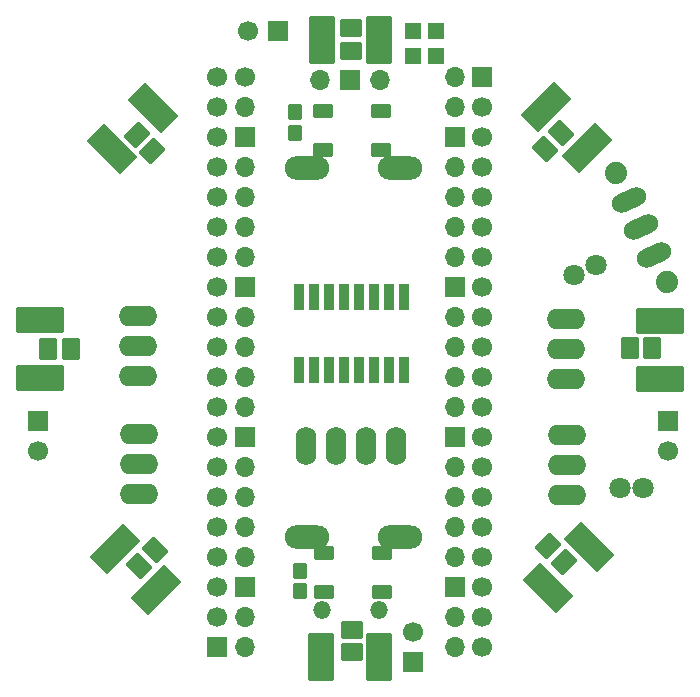
<source format=gbr>
%TF.GenerationSoftware,KiCad,Pcbnew,9.0.5*%
%TF.CreationDate,2025-11-19T12:34:51-06:00*%
%TF.ProjectId,board,626f6172-642e-46b6-9963-61645f706362,rev?*%
%TF.SameCoordinates,Original*%
%TF.FileFunction,Soldermask,Bot*%
%TF.FilePolarity,Negative*%
%FSLAX46Y46*%
G04 Gerber Fmt 4.6, Leading zero omitted, Abs format (unit mm)*
G04 Created by KiCad (PCBNEW 9.0.5) date 2025-11-19 12:34:51*
%MOMM*%
%LPD*%
G01*
G04 APERTURE LIST*
G04 Aperture macros list*
%AMRoundRect*
0 Rectangle with rounded corners*
0 $1 Rounding radius*
0 $2 $3 $4 $5 $6 $7 $8 $9 X,Y pos of 4 corners*
0 Add a 4 corners polygon primitive as box body*
4,1,4,$2,$3,$4,$5,$6,$7,$8,$9,$2,$3,0*
0 Add four circle primitives for the rounded corners*
1,1,$1+$1,$2,$3*
1,1,$1+$1,$4,$5*
1,1,$1+$1,$6,$7*
1,1,$1+$1,$8,$9*
0 Add four rect primitives between the rounded corners*
20,1,$1+$1,$2,$3,$4,$5,0*
20,1,$1+$1,$4,$5,$6,$7,0*
20,1,$1+$1,$6,$7,$8,$9,0*
20,1,$1+$1,$8,$9,$2,$3,0*%
%AMHorizOval*
0 Thick line with rounded ends*
0 $1 width*
0 $2 $3 position (X,Y) of the first rounded end (center of the circle)*
0 $4 $5 position (X,Y) of the second rounded end (center of the circle)*
0 Add line between two ends*
20,1,$1,$2,$3,$4,$5,0*
0 Add two circle primitives to create the rounded ends*
1,1,$1,$2,$3*
1,1,$1,$4,$5*%
G04 Aperture macros list end*
%ADD10O,1.727200X3.251200*%
%ADD11O,3.759200X1.981200*%
%ADD12O,3.251200X1.727200*%
%ADD13R,1.700000X1.700000*%
%ADD14C,1.700000*%
%ADD15HorizOval,1.625600X-0.644566X-0.300566X0.644566X0.300566X0*%
%ADD16C,1.879600*%
%ADD17C,1.803200*%
%ADD18O,1.800000X1.800000*%
%ADD19O,1.500000X1.500000*%
%ADD20O,1.700000X1.700000*%
%ADD21RoundRect,0.101600X0.500000X-0.550000X0.500000X0.550000X-0.500000X0.550000X-0.500000X-0.550000X0*%
%ADD22RoundRect,0.101600X-0.750000X-0.450000X0.750000X-0.450000X0.750000X0.450000X-0.750000X0.450000X0*%
%ADD23RoundRect,0.101600X2.029538X-0.664539X-0.664539X2.029538X-2.029538X0.664539X0.664539X-2.029538X0*%
%ADD24RoundRect,0.101600X0.106066X-1.025305X1.025305X-0.106066X-0.106066X1.025305X-1.025305X0.106066X0*%
%ADD25RoundRect,0.101600X-0.800000X0.650000X-0.800000X-0.650000X0.800000X-0.650000X0.800000X0.650000X0*%
%ADD26RoundRect,0.101600X-0.664539X-2.029538X2.029538X0.664539X0.664539X2.029538X-2.029538X-0.664539X0*%
%ADD27RoundRect,0.101600X0.650000X0.800000X-0.650000X0.800000X-0.650000X-0.800000X0.650000X-0.800000X0*%
%ADD28RoundRect,0.101600X-0.965200X1.905000X-0.965200X-1.905000X0.965200X-1.905000X0.965200X1.905000X0*%
%ADD29RoundRect,0.101600X-0.650000X-0.800000X0.650000X-0.800000X0.650000X0.800000X-0.650000X0.800000X0*%
%ADD30RoundRect,0.101600X0.965200X-1.905000X0.965200X1.905000X-0.965200X1.905000X-0.965200X-1.905000X0*%
%ADD31RoundRect,0.101600X-1.905000X-0.965200X1.905000X-0.965200X1.905000X0.965200X-1.905000X0.965200X0*%
%ADD32RoundRect,0.101600X-2.029538X0.664539X0.664539X-2.029538X2.029538X-0.664539X-0.664539X2.029538X0*%
%ADD33RoundRect,0.101600X1.905000X0.965200X-1.905000X0.965200X-1.905000X-0.965200X1.905000X-0.965200X0*%
%ADD34RoundRect,0.101600X-0.106066X1.025305X-1.025305X0.106066X0.106066X-1.025305X1.025305X-0.106066X0*%
%ADD35RoundRect,0.101600X1.025305X0.106066X0.106066X1.025305X-1.025305X-0.106066X-0.106066X-1.025305X0*%
%ADD36RoundRect,0.101600X-0.330200X-1.016000X0.330200X-1.016000X0.330200X1.016000X-0.330200X1.016000X0*%
%ADD37RoundRect,0.101600X0.800000X-0.650000X0.800000X0.650000X-0.800000X0.650000X-0.800000X-0.650000X0*%
%ADD38RoundRect,0.101600X0.600000X-0.600000X0.600000X0.600000X-0.600000X0.600000X-0.600000X-0.600000X0*%
%ADD39RoundRect,0.101600X-1.025305X-0.106066X-0.106066X-1.025305X1.025305X0.106066X0.106066X1.025305X0*%
%ADD40RoundRect,0.101600X0.664539X2.029538X-2.029538X-0.664539X-0.664539X-2.029538X2.029538X0.664539X0*%
G04 APERTURE END LIST*
D10*
%TO.C,E-HAT0*%
X144660000Y-113160000D03*
X147200000Y-113160000D03*
X149740000Y-113160000D03*
X152280000Y-113160000D03*
%TD*%
D11*
%TO.C,MT3608*%
X144751916Y-120875000D03*
X144751916Y-89664000D03*
X152626085Y-89664000D03*
X152626085Y-120875000D03*
%TD*%
D12*
%TO.C,M_LEFT0*%
X166724492Y-117371995D03*
X166724492Y-114831995D03*
X166724492Y-112291995D03*
%TD*%
%TO.C,E_RIGHT0*%
X130430000Y-102210000D03*
X130430000Y-104750000D03*
X130430000Y-107290000D03*
%TD*%
D13*
%TO.C,J2*%
X137130000Y-130230000D03*
D14*
X137130000Y-127690000D03*
X137130000Y-125150000D03*
X137130000Y-122610000D03*
X137130000Y-120070000D03*
X137130000Y-117530000D03*
X137130000Y-114990000D03*
X137130000Y-112450000D03*
X137130000Y-109910000D03*
X137130000Y-107370000D03*
X137130000Y-104830000D03*
X137130000Y-102290000D03*
X137130000Y-99750000D03*
X137130000Y-97210000D03*
X137130000Y-94670000D03*
X137130000Y-92130000D03*
X137130000Y-89590000D03*
X137130000Y-87050000D03*
X137130000Y-84510000D03*
X137130000Y-81970000D03*
%TD*%
D15*
%TO.C,SWITCH0*%
X174093210Y-96991301D03*
X173019760Y-94689280D03*
X171946310Y-92387259D03*
D16*
X175166661Y-99293324D03*
X170872859Y-90085236D03*
%TD*%
D13*
%TO.C,J1*%
X159520000Y-81980000D03*
D14*
X159520000Y-84520000D03*
X159520000Y-87060000D03*
X159520000Y-89600000D03*
X159520000Y-92140000D03*
X159520000Y-94680000D03*
X159520000Y-97220000D03*
X159520000Y-99760000D03*
X159520000Y-102300000D03*
X159520000Y-104840000D03*
X159520000Y-107380000D03*
X159520000Y-109920000D03*
X159520000Y-112460000D03*
X159520000Y-115000000D03*
X159520000Y-117540000D03*
X159520000Y-120080000D03*
X159520000Y-122620000D03*
X159520000Y-125160000D03*
X159520000Y-127700000D03*
X159520000Y-130240000D03*
%TD*%
D17*
%TO.C,BATT0*%
X167337384Y-98705236D03*
X169150000Y-97860000D03*
%TD*%
D12*
%TO.C,E_LEFT0*%
X166680000Y-107540000D03*
X166680000Y-105000000D03*
X166680000Y-102460000D03*
%TD*%
D18*
%TO.C,U1*%
X151100000Y-130100000D03*
D19*
X150800000Y-127070000D03*
X145950000Y-127070000D03*
D18*
X145650000Y-130100000D03*
D20*
X157265000Y-130230000D03*
X157265000Y-127690000D03*
D13*
X157265000Y-125150000D03*
D20*
X157265000Y-122610000D03*
X157265000Y-120070000D03*
X157265000Y-117530000D03*
X157265000Y-114990000D03*
D13*
X157265000Y-112450000D03*
D20*
X157265000Y-109910000D03*
X157265000Y-107370000D03*
X157265000Y-104830000D03*
X157265000Y-102290000D03*
D13*
X157265000Y-99750000D03*
D20*
X157265000Y-97210000D03*
X157265000Y-94670000D03*
X157265000Y-92130000D03*
X157265000Y-89590000D03*
D13*
X157265000Y-87050000D03*
D20*
X157265000Y-84510000D03*
X157265000Y-81970000D03*
D14*
X139485000Y-81970000D03*
D20*
X139485000Y-84510000D03*
D13*
X139485000Y-87050000D03*
D20*
X139485000Y-89590000D03*
X139485000Y-92130000D03*
X139485000Y-94670000D03*
X139485000Y-97210000D03*
D13*
X139485000Y-99750000D03*
D20*
X139485000Y-102290000D03*
X139485000Y-104830000D03*
X139485000Y-107370000D03*
X139485000Y-109910000D03*
D13*
X139485000Y-112450000D03*
D20*
X139485000Y-114990000D03*
X139485000Y-117530000D03*
X139485000Y-120070000D03*
X139485000Y-122610000D03*
D13*
X139485000Y-125150000D03*
D20*
X139485000Y-127690000D03*
X139485000Y-130230000D03*
X150915000Y-82200000D03*
D13*
X148375000Y-82200000D03*
D20*
X145835000Y-82200000D03*
%TD*%
D12*
%TO.C,M_RIGHT0*%
X130450000Y-117290000D03*
X130450000Y-114750000D03*
X130450000Y-112210000D03*
%TD*%
D17*
%TO.C,BATT1*%
X173190000Y-116800000D03*
X171190000Y-116800000D03*
%TD*%
D21*
%TO.C,C2*%
X144100000Y-125450000D03*
X144100000Y-123750000D03*
%TD*%
D22*
%TO.C,LED1*%
X146175000Y-125600000D03*
X146175000Y-122300000D03*
X151075000Y-122300000D03*
X151075000Y-125600000D03*
%TD*%
D13*
%TO.C,J3*%
X121920000Y-111125000D03*
D14*
X121920000Y-113665000D03*
%TD*%
D23*
%TO.C,P3*%
X165098028Y-125231972D03*
X168564407Y-121765593D03*
%TD*%
D24*
%TO.C,R5*%
X130516498Y-123333502D03*
X131860000Y-121990000D03*
%TD*%
D25*
%TO.C,R0*%
X148450000Y-77850002D03*
X148450000Y-79750000D03*
%TD*%
D26*
%TO.C,P1*%
X128443621Y-121903621D03*
X131910000Y-125370000D03*
%TD*%
D22*
%TO.C,LED0*%
X146075000Y-88125000D03*
X146075000Y-84825000D03*
X150975000Y-84825000D03*
X150975000Y-88125000D03*
%TD*%
D27*
%TO.C,R2*%
X173959998Y-104920000D03*
X172060000Y-104920000D03*
%TD*%
D28*
%TO.C,P6*%
X150844800Y-78800000D03*
X145942600Y-78800000D03*
%TD*%
D29*
%TO.C,R6*%
X122810001Y-105020000D03*
X124709999Y-105020000D03*
%TD*%
D30*
%TO.C,P0*%
X145887800Y-131040000D03*
X150790000Y-131040000D03*
%TD*%
D31*
%TO.C,P2*%
X122140000Y-102517800D03*
X122140000Y-107420000D03*
%TD*%
D32*
%TO.C,P4*%
X131671972Y-84608028D03*
X128205593Y-88074407D03*
%TD*%
D33*
%TO.C,P5*%
X174560000Y-107530800D03*
X174560000Y-102628600D03*
%TD*%
D13*
%TO.C,J6*%
X175260000Y-111120000D03*
D14*
X175260000Y-113660000D03*
%TD*%
D21*
%TO.C,C1*%
X143680000Y-86660000D03*
X143680000Y-84960000D03*
%TD*%
D34*
%TO.C,R1*%
X166223502Y-86696498D03*
X164880000Y-88040000D03*
%TD*%
D13*
%TO.C,J5*%
X153670000Y-131450000D03*
D14*
X153670000Y-128910000D03*
%TD*%
D35*
%TO.C,R3*%
X166473502Y-123023502D03*
X165130000Y-121680000D03*
%TD*%
D36*
%TO.C,MUX0*%
X144030000Y-100610000D03*
X145300000Y-100610000D03*
X146570000Y-100610000D03*
X147840000Y-100610000D03*
X149110000Y-100610000D03*
X150380000Y-100610000D03*
X151650000Y-100610000D03*
X152920000Y-100610000D03*
X152920000Y-106756800D03*
X151650000Y-106756800D03*
X150380000Y-106756800D03*
X149110000Y-106756800D03*
X147840000Y-106756800D03*
X146570000Y-106756800D03*
X145300000Y-106756800D03*
X144030000Y-106756800D03*
%TD*%
D37*
%TO.C,R4*%
X148490000Y-130659998D03*
X148490000Y-128760000D03*
%TD*%
D38*
%TO.C,STDBY0*%
X155600000Y-78070000D03*
X155600000Y-80170000D03*
%TD*%
D13*
%TO.C,J4*%
X142240000Y-78105000D03*
D14*
X139700000Y-78105000D03*
%TD*%
D38*
%TO.C,CHRG0*%
X153650000Y-78100000D03*
X153650000Y-80200000D03*
%TD*%
D39*
%TO.C,R7*%
X130286498Y-86856498D03*
X131630000Y-88200000D03*
%TD*%
D40*
%TO.C,P7*%
X168431972Y-87981972D03*
X164965593Y-84515593D03*
%TD*%
M02*

</source>
